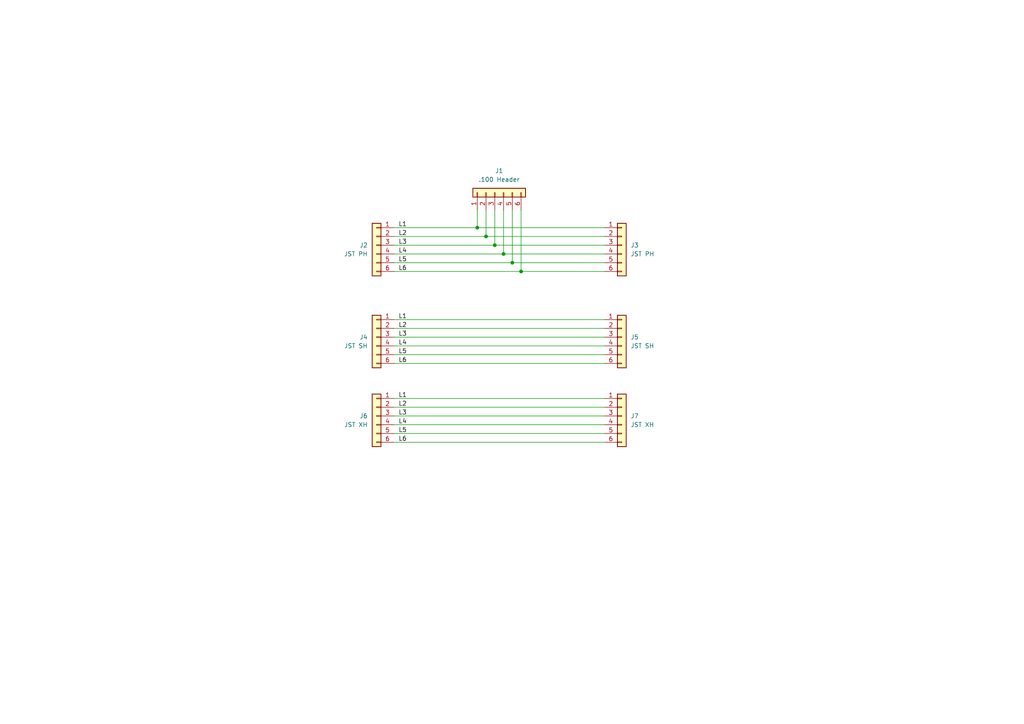
<source format=kicad_sch>
(kicad_sch (version 20231120) (generator "eeschema") (generator_version "8.0")
  (paper "A4")
  (title_block (title "JST Spy Gig") (date "2024-03-12") (rev "A"))
  (lib_symbols
    (symbol "Connector_Generic:Conn_01x06" (pin_names (offset 1.016) hide)
      (property "Reference" "J" (at 0 7.62 0))
      (property "Value" "Conn_01x06" (at 0 -10.16 0))
      (symbol "Conn_01x06_1_1"
        (rectangle (start -1.27 -7.493) (end 0 -7.747) (stroke (width 0.1524)))
        (rectangle (start -1.27 -4.953) (end 0 -5.207) (stroke (width 0.1524)))
        (rectangle (start -1.27 -2.413) (end 0 -2.667) (stroke (width 0.1524)))
        (rectangle (start -1.27 0.127) (end 0 -0.127) (stroke (width 0.1524)))
        (rectangle (start -1.27 2.667) (end 0 2.413) (stroke (width 0.1524)))
        (rectangle (start -1.27 5.207) (end 0 4.953) (stroke (width 0.1524)))
        (rectangle (start -1.27 6.35) (end 1.27 -8.89) (stroke (width 0.254)) (fill (type background)))
        (pin passive line (at -5.08 5.08 0) (length 3.81) (name "Pin_1") (number "1"))
        (pin passive line (at -5.08 2.54 0) (length 3.81) (name "Pin_2") (number "2"))
        (pin passive line (at -5.08 0 0) (length 3.81) (name "Pin_3") (number "3"))
        (pin passive line (at -5.08 -2.54 0) (length 3.81) (name "Pin_4") (number "4"))
        (pin passive line (at -5.08 -5.08 0) (length 3.81) (name "Pin_5") (number "5"))
        (pin passive line (at -5.08 -7.62 0) (length 3.81) (name "Pin_6") (number "6"))
      )
    )
  )
  (junction (at 146.05 73.66))
  (junction (at 140.97 68.58))
  (junction (at 138.43 66.04))
  (junction (at 148.59 76.2))
  (junction (at 143.51 71.12))
  (junction (at 151.13 78.74))
  (wire (pts (xy 114.3 100.33) (xy 175.26 100.33)))
  (wire (pts (xy 114.3 76.2) (xy 148.59 76.2)))
  (wire (pts (xy 114.3 123.19) (xy 175.26 123.19)))
  (wire (pts (xy 148.59 60.96) (xy 148.59 76.2)))
  (wire (pts (xy 151.13 78.74) (xy 175.26 78.74)))
  (wire (pts (xy 138.43 60.96) (xy 138.43 66.04)))
  (wire (pts (xy 114.3 78.74) (xy 151.13 78.74)))
  (wire (pts (xy 114.3 97.79) (xy 175.26 97.79)))
  (wire (pts (xy 114.3 92.71) (xy 175.26 92.71)))
  (wire (pts (xy 114.3 120.65) (xy 175.26 120.65)))
  (wire (pts (xy 114.3 118.11) (xy 175.26 118.11)))
  (wire (pts (xy 114.3 115.57) (xy 175.26 115.57)))
  (wire (pts (xy 140.97 68.58) (xy 175.26 68.58)))
  (wire (pts (xy 114.3 95.25) (xy 175.26 95.25)))
  (wire (pts (xy 138.43 66.04) (xy 175.26 66.04)))
  (wire (pts (xy 114.3 128.27) (xy 175.26 128.27)))
  (wire (pts (xy 114.3 102.87) (xy 175.26 102.87)))
  (wire (pts (xy 114.3 68.58) (xy 140.97 68.58)))
  (wire (pts (xy 114.3 66.04) (xy 138.43 66.04)))
  (wire (pts (xy 114.3 73.66) (xy 146.05 73.66)))
  (wire (pts (xy 148.59 76.2) (xy 175.26 76.2)))
  (wire (pts (xy 140.97 60.96) (xy 140.97 68.58)))
  (wire (pts (xy 143.51 60.96) (xy 143.51 71.12)))
  (wire (pts (xy 114.3 105.41) (xy 175.26 105.41)))
  (wire (pts (xy 114.3 125.73) (xy 175.26 125.73)))
  (wire (pts (xy 114.3 71.12) (xy 143.51 71.12)))
  (wire (pts (xy 146.05 60.96) (xy 146.05 73.66)))
  (wire (pts (xy 151.13 60.96) (xy 151.13 78.74)))
  (wire (pts (xy 143.51 71.12) (xy 175.26 71.12)))
  (wire (pts (xy 146.05 73.66) (xy 175.26 73.66)))
  (label "L4" (at 115.57 73.66 0))
  (label "L3" (at 115.57 97.79 0))
  (label "L1" (at 115.57 92.71 0))
  (label "L2" (at 115.57 68.58 0))
  (label "L3" (at 115.57 120.65 0))
  (label "L5" (at 115.57 125.73 0))
  (label "L2" (at 115.57 118.11 0))
  (label "L6" (at 115.57 78.74 0))
  (label "L5" (at 115.57 102.87 0))
  (label "L4" (at 115.57 100.33 0))
  (label "L1" (at 115.57 66.04 0))
  (label "L1" (at 115.57 115.57 0))
  (label "L3" (at 115.57 71.12 0))
  (label "L6" (at 115.57 105.41 0))
  (label "L4" (at 115.57 123.19 0))
  (label "L6" (at 115.57 128.27 0))
  (label "L5" (at 115.57 76.2 0))
  (label "L2" (at 115.57 95.25 0))
  (symbol (lib_id "Connector_Generic:Conn_01x06") (at 180.34 97.79 0) (unit 1)
    (property "Reference" "J5" (at 182.88 97.7899 0) (effects (justify left)))
    (property "Value" "JST SH" (at 182.88 100.3299 0) (effects (justify left)))
    (property "Footprint" "Connector_JST:JST_SH_BM06B-SRSS-TB_1x06-1MP_P1.00mm_Vertical" (effects (hide yes)))
    (property "Description" "Generic connector, single row, 01x06, script generated (kicad-library-utils/schlib/autogen/connector/)" (effects (hide yes)))
  )
  (symbol (lib_id "Connector_Generic:Conn_01x06") (at 143.51 55.88 90) (unit 1)
    (property "Reference" "J1" (at 144.78 49.53 90))
    (property "Value" ".100 Header" (at 144.78 52.07 90))
    (property "Footprint" "Connector_PinHeader_2.54mm:PinHeader_1x06_P2.54mm_Vertical" (effects (hide yes)))
    (property "Description" "Generic connector, single row, 01x06, script generated (kicad-library-utils/schlib/autogen/connector/)" (effects (hide yes)))
  )
  (symbol (lib_id "Connector_Generic:Conn_01x06") (at 109.22 97.79 0) (mirror y) (unit 1)
    (property "Reference" "J4" (at 106.68 97.7899 0) (effects (justify left)))
    (property "Value" "JST SH" (at 106.68 100.3299 0) (effects (justify left)))
    (property "Footprint" "Connector_JST:JST_SH_BM06B-SRSS-TB_1x06-1MP_P1.00mm_Vertical" (effects (hide yes)))
    (property "Description" "Generic connector, single row, 01x06, script generated (kicad-library-utils/schlib/autogen/connector/)" (effects (hide yes)))
  )
  (symbol (lib_id "Connector_Generic:Conn_01x06") (at 109.22 120.65 0) (mirror y) (unit 1)
    (property "Reference" "J6" (at 106.68 120.6499 0) (effects (justify left)))
    (property "Value" "JST XH" (at 106.68 123.1899 0) (effects (justify left)))
    (property "Footprint" "Connector_JST:JST_XH_B6B-XH-AM_1x06_P2.50mm_Vertical" (effects (hide yes)))
    (property "Description" "Generic connector, single row, 01x06, script generated (kicad-library-utils/schlib/autogen/connector/)" (effects (hide yes)))
  )
  (symbol (lib_id "Connector_Generic:Conn_01x06") (at 180.34 120.65 0) (unit 1)
    (property "Reference" "J7" (at 182.88 120.6499 0) (effects (justify left)))
    (property "Value" "JST XH" (at 182.88 123.1899 0) (effects (justify left)))
    (property "Footprint" "Connector_JST:JST_XH_B6B-XH-AM_1x06_P2.50mm_Vertical" (effects (hide yes)))
    (property "Description" "Generic connector, single row, 01x06, script generated (kicad-library-utils/schlib/autogen/connector/)" (effects (hide yes)))
  )
  (symbol (lib_id "Connector_Generic:Conn_01x06") (at 180.34 71.12 0) (unit 1)
    (property "Reference" "J3" (at 182.88 71.1199 0) (effects (justify left)))
    (property "Value" "JST PH" (at 182.88 73.6599 0) (effects (justify left)))
    (property "Footprint" "Connector_JST:JST_PH_B6B-PH-K_1x06_P2.00mm_Vertical" (effects (hide yes)))
    (property "Description" "Generic connector, single row, 01x06, script generated (kicad-library-utils/schlib/autogen/connector/)" (effects (hide yes)))
  )
  (symbol (lib_id "Connector_Generic:Conn_01x06") (at 109.22 71.12 0) (mirror y) (unit 1)
    (property "Reference" "J2" (at 106.68 71.1199 0) (effects (justify left)))
    (property "Value" "JST PH" (at 106.68 73.6599 0) (effects (justify left)))
    (property "Footprint" "Connector_JST:JST_PH_B6B-PH-K_1x06_P2.00mm_Vertical" (effects (hide yes)))
    (property "Description" "Generic connector, single row, 01x06, script generated (kicad-library-utils/schlib/autogen/connector/)" (effects (hide yes)))
  )
)
</source>
